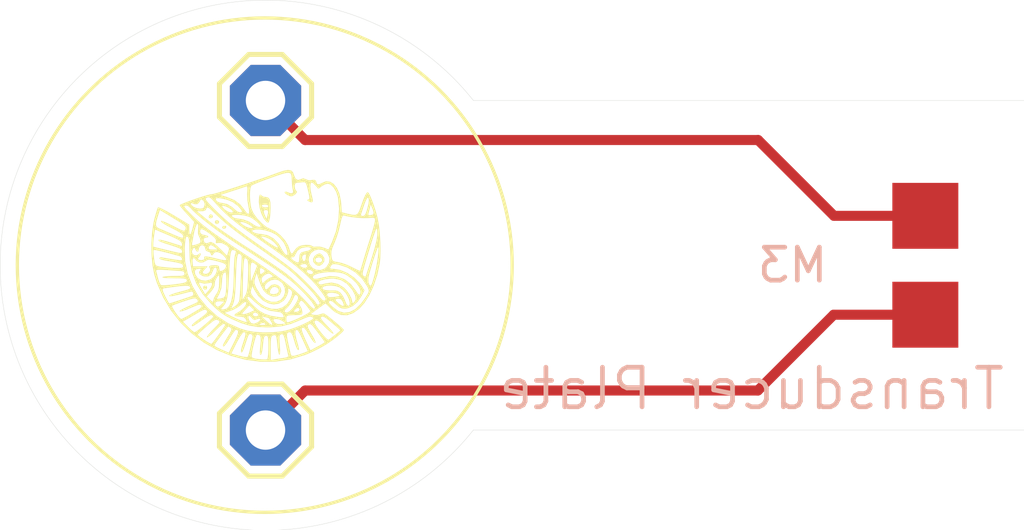
<source format=kicad_pcb>
(kicad_pcb (version 20221018) (generator pcbnew)
  (layers (0 "F.Cu" signal) (31 "B.Cu" signal) (34 "B.Paste" user) (35 "F.Paste" user) (36 "B.SilkS" user "B.Silkscreen") (37 "F.SilkS" user "F.Silkscreen") (38 "B.Mask" user) (39 "F.Mask" user) (44 "Edge.Cuts" user))
  (net 0 "")
  (net 1 "Net-(LSP1-PadMP)")
  (net 2 "Net-(LSP2-PadMP)")
  (footprint "ULHolder:TP20SQ" (layer "F.Cu") (at 161.022604 106.5036)
    (fp_text reference "TP1" hide)
    (fp_text value "TPTP20SQ")
    (pad "TP" smd rect (at 0 0) (size 2 2) (layers "F.Cu" "F.Mask") (net 2 "Net-(LSP2-PadMP)"))
  )
  (footprint "ULHolder:TP20SQ" (layer "F.Cu") (at 161.022604 103.5036)
    (fp_text reference "TP2" hide)
    (fp_text value "TPTP20SQ")
    (pad "TP" smd rect (at 0 0) (size 2 2) (layers "F.Cu" "F.Mask") (net 1 "Net-(LSP1-PadMP)"))
  )
  (footprint "LOGO" (layer "F.Cu") (at 141 105 90)
    (fp_text reference "G***" hide)
    (fp_text value "LOGO" hide)
  )
  (footprint "MountingHole:MountingHole_3.2mm_M3" (layer "F.Cu") (at 154.022604 105.0036)
    (fp_text reference "H1" hide)
    (fp_text value "MountingHole")
    (pad "" np_thru_hole circle (at 0 0) (size 3.2 3.2) (drill 3.2) (layers "*.Cu" "*.Mask"))
  )
  (footprint "ULHolder:MCS08" (layer "F.Cu") (at 141.022604 110.0036)
    (fp_text reference "LSP2" hide)
    (fp_text value "MCS08")
    (pad "MP" thru_hole roundrect (at 0 0) (size 2.159 2.159) (drill 1.1938) (layers "*.Cu" "*.Mask") (chamfer_ratio 0.2928932188) (chamfer top_left top_right bottom_left bottom_right) (net 2 "Net-(LSP2-PadMP)"))
  )
  (footprint "ULHolder:MCS08" (layer "F.Cu") (at 141.022604 100.0036)
    (fp_text reference "LSP1" hide)
    (fp_text value "MCS08")
    (pad "MP" thru_hole roundrect (at 0 0) (size 2.159 2.159) (drill 1.1938) (layers "*.Cu" "*.Mask") (chamfer_ratio 0.2928932188) (chamfer top_left top_right bottom_left bottom_right) (net 1 "Net-(LSP1-PadMP)"))
  )
  (gr_circle (center 141 105) (end 141 112.5) (stroke (width 0.1)) (fill none) (layer "F.SilkS"))
  (gr_line (start 164.022604 100.0036) (end 164.022604 110.0036) (stroke (width 0.01)) (layer "Edge.Cuts"))
  (gr_arc (start 147.322604 110.0036) (mid 132.979595 105.0036) (end 147.322604 100.0036) (stroke (width 0.01)) (layer "Edge.Cuts"))
  (gr_line (start 164.022604 110.0036) (end 147.322604 110.0036) (stroke (width 0.01)) (layer "Edge.Cuts"))
  (gr_line (start 164.022604 100.0036) (end 147.322604 100.0036) (stroke (width 0.01)) (layer "Edge.Cuts"))
  (gr_text "M3" (at 157 105) (layer "B.SilkS") (effects (font (size 1 1) (thickness 0.14224)) (justify mirror)))
  (gr_text "Transducer Plate" (at 155.75 108.75) (layer "B.SilkS") (effects (font (size 1.2 1.2) (thickness 0.14224)) (justify mirror)))
  (segment (start 158.2536 103.5036) (end 155.9536 101.2036) (width 0.3048) (layer "F.Cu") (net 1))
  (segment (start 155.9536 101.2036) (end 142.222604 101.2036) (width 0.3048) (layer "F.Cu") (net 1))
  (segment (start 161.022604 103.5036) (end 158.2536 103.5036) (width 0.3048) (layer "F.Cu") (net 1))
  (segment (start 142.222604 101.2036) (end 141.022604 100.0036) (width 0.3048) (layer "F.Cu") (net 1))
  (segment (start 142.222604 108.8036) (end 141.022604 110.0036) (width 0.3048) (layer "F.Cu") (net 2))
  (segment (start 155.9464 108.8036) (end 142.222604 108.8036) (width 0.3048) (layer "F.Cu") (net 2))
  (segment (start 161.022604 106.5036) (end 158.2464 106.5036) (width 0.3048) (layer "F.Cu") (net 2))
  (segment (start 158.2464 106.5036) (end 155.9464 108.8036) (width 0.3048) (layer "F.Cu") (net 2))
)
</source>
